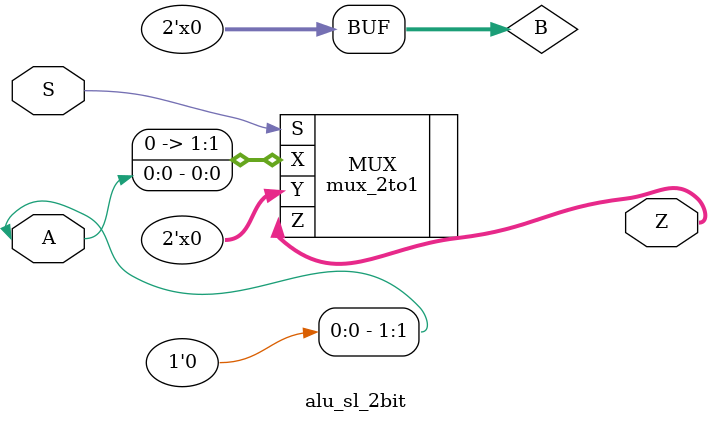
<source format=v>
`timescale 1ns / 1ps
`default_nettype none
module alu_sl_2bit(A, S, Z);

    parameter N = 2;

	//port definitions

	input wire [(N-1):0] A;
	input wire S;
    output wire [(N-1):0] Z;
    wire [(N-1):0] B;

    assign B[N-3:0] = 2'b0;
    assign B[N-1:N-2] = A[N-1:2];
    
	mux_2to1 #(.N(N)) MUX (.X(A), .Y(B), .S(S), .Z(Z));
endmodule
`default_nettype wire

</source>
